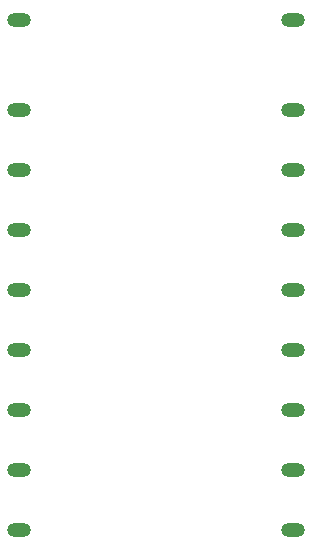
<source format=gbp>
G04 #@! TF.GenerationSoftware,KiCad,Pcbnew,8.0.1*
G04 #@! TF.CreationDate,2024-04-23T21:18:21-07:00*
G04 #@! TF.ProjectId,FanSystem,46616e53-7973-4746-956d-2e6b69636164,1*
G04 #@! TF.SameCoordinates,Original*
G04 #@! TF.FileFunction,Paste,Bot*
G04 #@! TF.FilePolarity,Positive*
%FSLAX46Y46*%
G04 Gerber Fmt 4.6, Leading zero omitted, Abs format (unit mm)*
G04 Created by KiCad (PCBNEW 8.0.1) date 2024-04-23 21:18:21*
%MOMM*%
%LPD*%
G01*
G04 APERTURE LIST*
%ADD10O,2.000000X1.200000*%
G04 APERTURE END LIST*
D10*
X108737400Y-116671600D03*
X108737400Y-111591600D03*
X108737400Y-106511600D03*
X108737400Y-101431600D03*
X108737400Y-96351600D03*
X108737400Y-91271600D03*
X108737400Y-86191600D03*
X108737400Y-81111600D03*
X108737400Y-73491600D03*
X85572600Y-116671600D03*
X85572600Y-111591600D03*
X85572600Y-106511600D03*
X85572600Y-101431600D03*
X85572600Y-96351600D03*
X85572600Y-91271600D03*
X85572600Y-86191600D03*
X85572600Y-81111600D03*
X85572600Y-73491600D03*
M02*

</source>
